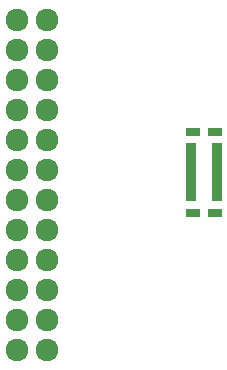
<source format=gbr>
G04 #@! TF.FileFunction,Soldermask,Top*
%FSLAX46Y46*%
G04 Gerber Fmt 4.6, Leading zero omitted, Abs format (unit mm)*
G04 Created by KiCad (PCBNEW 4.0.4-stable) date 12/07/17 02:23:43*
%MOMM*%
%LPD*%
G01*
G04 APERTURE LIST*
%ADD10C,0.100000*%
%ADD11R,1.150000X0.700000*%
%ADD12R,0.820000X0.630000*%
%ADD13C,1.924000*%
G04 APERTURE END LIST*
D10*
D11*
X154350000Y-90100000D03*
X154350000Y-96920000D03*
X152500000Y-96920000D03*
X152500000Y-90100000D03*
D12*
X152335000Y-91310000D03*
X152335000Y-91710000D03*
X152335000Y-92110000D03*
X152335000Y-92510000D03*
X152335000Y-92910000D03*
X152335000Y-93310000D03*
X152335000Y-93710000D03*
X152335000Y-94110000D03*
X152335000Y-94510000D03*
X152335000Y-94910000D03*
X152335000Y-95310000D03*
X152335000Y-95710000D03*
X154515000Y-95710000D03*
X154515000Y-95310000D03*
X154515000Y-94910000D03*
X154515000Y-94510000D03*
X154515000Y-94110000D03*
X154515000Y-93710000D03*
X154515000Y-93310000D03*
X154515000Y-92910000D03*
X154515000Y-92510000D03*
X154515000Y-92110000D03*
X154515000Y-91710000D03*
X154515000Y-91310000D03*
D13*
X137600000Y-80600000D03*
X137600000Y-83140000D03*
X137600000Y-85680000D03*
X137600000Y-88220000D03*
X137600000Y-90760000D03*
X137600000Y-93300000D03*
X137600000Y-95840000D03*
X137600000Y-98380000D03*
X137600000Y-100920000D03*
X137600000Y-103460000D03*
X137600000Y-106000000D03*
X137600000Y-108540000D03*
X140140000Y-108540000D03*
X140140000Y-106000000D03*
X140140000Y-103460000D03*
X140140000Y-100920000D03*
X140140000Y-98380000D03*
X140140000Y-95840000D03*
X140140000Y-93300000D03*
X140140000Y-90760000D03*
X140140000Y-88220000D03*
X140140000Y-85680000D03*
X140140000Y-83140000D03*
X140140000Y-80600000D03*
M02*

</source>
